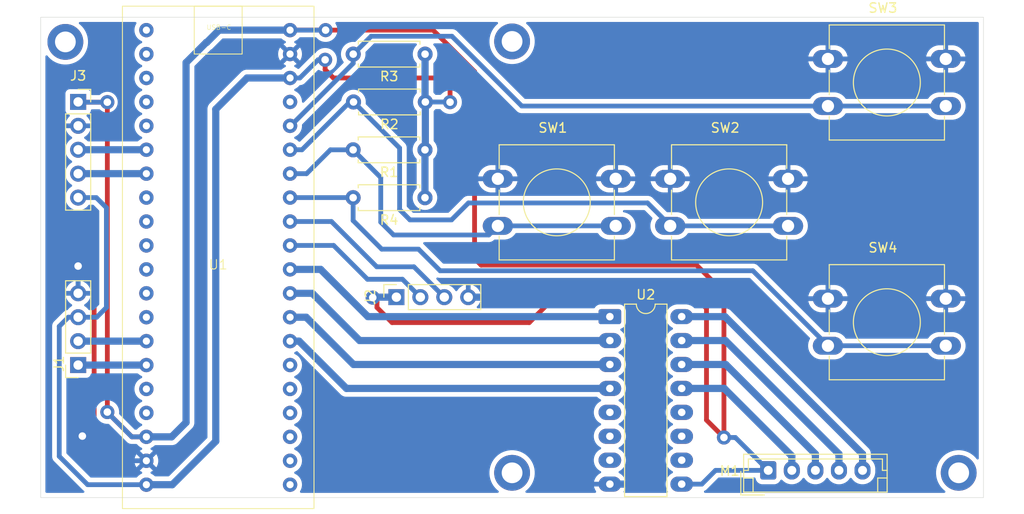
<source format=kicad_pcb>
(kicad_pcb (version 20241229) (generator "pcbnew") (generator_version "9.0")
  (layers (0 "F.Cu" signal) (2 "B.Cu" signal) (13 "F.Paste" user) (15 "B.Paste" user) (5 "F.SilkS" user "F.Silkscreen") (7 "B.SilkS" user "B.Silkscreen") (1 "F.Mask" user) (3 "B.Mask" user) (25 "Edge.Cuts" user))
  (net 0 "")
  (net 1 "GND")
  (net 2 "I2C_SCL")
  (net 3 "I2C_SDA")
  (net 4 "+3V3")
  (net 5 "+5V")
  (net 6 "TRIGGER")
  (net 7 "ECHO")
  (net 8 "USART1_TX")
  (net 9 "USART1_RX")
  (net 11 "Net-(M1--)")
  (net 12 "Net-(U2-O1)")
  (net 13 "Net-(U2-O4)")
  (net 15 "MOTOR_B")
  (net 16 "/BOARD_BTN")
  (net 17 "BTN_RETURN")
  (net 18 "/BOARD_RST")
  (net 21 "/BOARD_LED")
  (net 22 "BTN_UP")
  (net 24 "MOTOR_D")
  (net 25 "BTN_DOWN")
  (net 26 "MOTOR_C")
  (net 28 "MOTOR_A")
  (net 31 "BTN_ENTER")
  (net 40 "Net-(U2-O2)")
  (footprint "MountingHole:MountingHole_2.2mm_M2_DIN965_Pad" (layer "F.Cu") (at 81.73 170.15)
    (property "Reference" "H2" (hide yes))
    (property "Value" "MountingHole_Pad")
    (pad "1" thru_hole circle (at 0 0) (size 3.8 3.8) (drill 2.2) (layers "*.Cu" "*.Mask"))
  )
  (footprint "Resistor_THT:R_Axial_DIN0207_L6.3mm_D2.5mm_P7.62mm_Horizontal" (layer "F.Cu") (at 72.49 140.94 180)
    (property "Reference" "R4" (at 3.81 -2.37 0) (layer "F.SilkS"))
    (property "Value" "10K")
    (fp_line (start 7.08 1.37) (end 7.08 1.04) (stroke (width 0.12)) (layer "F.SilkS"))
    (fp_line (start 7.08 -1.37) (end 7.08 -1.04) (stroke (width 0.12)) (layer "F.SilkS"))
    (fp_line (start 0.54 1.37) (end 7.08 1.37) (stroke (width 0.12)) (layer "F.SilkS"))
    (fp_line (start 0.54 1.04) (end 0.54 1.37) (stroke (width 0.12)) (layer "F.SilkS"))
    (fp_line (start 0.54 -1.04) (end 0.54 -1.37) (stroke (width 0.12)) (layer "F.SilkS"))
    (fp_line (start 0.54 -1.37) (end 7.08 -1.37) (stroke (width 0.12)) (layer "F.SilkS"))
    (pad "1" thru_hole circle (at 0 0 180) (size 1.6 1.6) (drill 0.8) (layers "*.Cu" "*.Mask") (net 4 "+3V3"))
    (pad "2" thru_hole oval (at 7.62 0 180) (size 1.6 1.6) (drill 0.8) (layers "*.Cu" "*.Mask") (net 17 "BTN_RETURN"))
  )
  (footprint "Resistor_THT:R_Axial_DIN0207_L6.3mm_D2.5mm_P7.62mm_Horizontal" (layer "F.Cu") (at 72.53 130.78 180)
    (property "Reference" "R2" (at 3.81 -2.37 0) (layer "F.SilkS"))
    (property "Value" "10K")
    (fp_line (start 7.08 1.37) (end 7.08 1.04) (stroke (width 0.12)) (layer "F.SilkS"))
    (fp_line (start 7.08 -1.37) (end 7.08 -1.04) (stroke (width 0.12)) (layer "F.SilkS"))
    (fp_line (start 0.54 1.37) (end 7.08 1.37) (stroke (width 0.12)) (layer "F.SilkS"))
    (fp_line (start 0.54 1.04) (end 0.54 1.37) (stroke (width 0.12)) (layer "F.SilkS"))
    (fp_line (start 0.54 -1.04) (end 0.54 -1.37) (stroke (width 0.12)) (layer "F.SilkS"))
    (fp_line (start 0.54 -1.37) (end 7.08 -1.37) (stroke (width 0.12)) (layer "F.SilkS"))
    (pad "1" thru_hole circle (at 0 0 180) (size 1.6 1.6) (drill 0.8) (layers "*.Cu" "*.Mask") (net 4 "+3V3"))
    (pad "2" thru_hole oval (at 7.62 0 180) (size 1.6 1.6) (drill 0.8) (layers "*.Cu" "*.Mask") (net 25 "BTN_DOWN"))
  )
  (footprint "Connector_PinSocket_2.54mm:PinSocket_1x05_P2.54mm_Vertical" (layer "F.Cu") (at 35.705 130.77)
    (property "Reference" "J3" (at 0 -2.77 0) (layer "F.SilkS"))
    (property "Value" "USB")
    (fp_line (start -1.33 1.27) (end -1.33 11.49) (stroke (width 0.12)) (layer "F.SilkS"))
    (fp_line (start -1.33 1.27) (end 1.33 1.27) (stroke (width 0.12)) (layer "F.SilkS"))
    (fp_line (start -1.33 11.49) (end 1.33 11.49) (stroke (width 0.12)) (layer "F.SilkS"))
    (fp_line (start 0 -1.33) (end 1.33 -1.33) (stroke (width 0.12)) (layer "F.SilkS"))
    (fp_line (start 1.33 -1.33) (end 1.33 0) (stroke (width 0.12)) (layer "F.SilkS"))
    (fp_line (start 1.33 1.27) (end 1.33 11.49) (stroke (width 0.12)) (layer "F.SilkS"))
    (pad "1" thru_hole rect (at 0 0) (size 1.7 1.7) (drill 1) (layers "*.Cu" "*.Mask") (net 5 "+5V"))
    (pad "2" thru_hole oval (at 0 2.54) (size 1.7 1.7) (drill 1) (layers "*.Cu" "*.Mask") (net 1 "GND"))
    (pad "3" thru_hole oval (at 0 5.08) (size 1.7 1.7) (drill 1) (layers "*.Cu" "*.Mask") (net 8 "USART1_TX"))
    (pad "4" thru_hole oval (at 0 7.62) (size 1.7 1.7) (drill 1) (layers "*.Cu" "*.Mask") (net 9 "USART1_RX"))
    (pad "5" thru_hole oval (at 0 10.16) (size 1.7 1.7) (drill 1) (layers "*.Cu" "*.Mask") (net 4 "+3V3"))
  )
  (footprint "Connector_PinSocket_2.54mm:PinSocket_1x04_P2.54mm_Vertical" (layer "F.Cu") (at 69.46 151.5 90)
    (property "Reference" "J2" (at 0 -2.77 90) (layer "F.SilkS"))
    (property "Value" "HC-SR04")
    (fp_line (start 1.33 -1.33) (end 1.33 0) (stroke (width 0.12)) (layer "F.SilkS"))
    (fp_line (start 0 -1.33) (end 1.33 -1.33) (stroke (width 0.12)) (layer "F.SilkS"))
    (fp_line (start 1.33 1.27) (end 1.33 8.95) (stroke (width 0.12)) (layer "F.SilkS"))
    (fp_line (start -1.33 1.27) (end 1.33 1.27) (stroke (width 0.12)) (layer "F.SilkS"))
    (fp_line (start -1.33 1.27) (end -1.33 8.95) (stroke (width 0.12)) (layer "F.SilkS"))
    (fp_line (start -1.33 8.95) (end 1.33 8.95) (stroke (width 0.12)) (layer "F.SilkS"))
    (pad "1" thru_hole rect (at 0 0 90) (size 1.7 1.7) (drill 1) (layers "*.Cu" "*.Mask") (net 5 "+5V"))
    (pad "2" thru_hole oval (at 0 2.54 90) (size 1.7 1.7) (drill 1) (layers "*.Cu" "*.Mask") (net 6 "TRIGGER"))
    (pad "3" thru_hole oval (at 0 5.08 90) (size 1.7 1.7) (drill 1) (layers "*.Cu" "*.Mask") (net 7 "ECHO"))
    (pad "4" thru_hole oval (at 0 7.62 90) (size 1.7 1.7) (drill 1) (layers "*.Cu" "*.Mask") (net 1 "GND"))
  )
  (footprint "Resistor_THT:R_Axial_DIN0207_L6.3mm_D2.5mm_P7.62mm_Horizontal" (layer "F.Cu") (at 72.49 135.86 180)
    (property "Reference" "R1" (at 3.81 -2.37 0) (layer "F.SilkS"))
    (property "Value" "10K")
    (fp_line (start 7.08 1.37) (end 7.08 1.04) (stroke (width 0.12)) (layer "F.SilkS"))
    (fp_line (start 7.08 -1.37) (end 7.08 -1.04) (stroke (width 0.12)) (layer "F.SilkS"))
    (fp_line (start 0.54 1.37) (end 7.08 1.37) (stroke (width 0.12)) (layer "F.SilkS"))
    (fp_line (start 0.54 1.04) (end 0.54 1.37) (stroke (width 0.12)) (layer "F.SilkS"))
    (fp_line (start 0.54 -1.04) (end 0.54 -1.37) (stroke (width 0.12)) (layer "F.SilkS"))
    (fp_line (start 0.54 -1.37) (end 7.08 -1.37) (stroke (width 0.12)) (layer "F.SilkS"))
    (pad "1" thru_hole circle (at 0 0 180) (size 1.6 1.6) (drill 0.8) (layers "*.Cu" "*.Mask") (net 4 "+3V3"))
    (pad "2" thru_hole oval (at 7.62 0 180) (size 1.6 1.6) (drill 0.8) (layers "*.Cu" "*.Mask") (net 22 "BTN_UP"))
  )
  (footprint "Button_Switch_THT:SW_PUSH-12mm" (layer "F.Cu") (at 98.5 138.935)
    (property "Reference" "SW2" (at 5.83 -5.41 0) (layer "F.SilkS"))
    (property "Value" "SW_Push")
    (fp_line (start 0.14 -3.61) (end 0.14 -1.1) (stroke (width 0.12)) (layer "F.SilkS"))
    (fp_line (start 0.14 -3.61) (end 12.36 -3.61) (stroke (width 0.12)) (layer "F.SilkS"))
    (fp_line (start 0.14 1.2) (end 0.14 3.8) (stroke (width 0.12)) (layer "F.SilkS"))
    (fp_line (start 0.14 6.1) (end 0.14 8.61) (stroke (width 0.12)) (layer "F.SilkS"))
    (fp_line (start 12.36 -3.61) (end 12.36 -1.1) (stroke (width 0.12)) (layer "F.SilkS"))
    (fp_line (start 12.36 1.2) (end 12.36 3.8) (stroke (width 0.12)) (layer "F.SilkS"))
    (fp_line (start 12.36 6.1) (end 12.36 8.61) (stroke (width 0.12)) (layer "F.SilkS"))
    (fp_line (start 12.36 8.61) (end 0.14 8.61) (stroke (width 0.12)) (layer "F.SilkS"))
    (fp_circle (center 6.25 2.5) (end 9.8 2.5) (stroke (width 0.12)) (fill no) (layer "F.SilkS"))
    (pad "1" thru_hole oval (at 0 0) (size 3.2 1.9) (drill 1.3) (layers "*.Cu" "*.Mask") (net 1 "GND"))
    (pad "1" thru_hole oval (at 12.5 0) (size 3.2 1.9) (drill 1.3) (layers "*.Cu" "*.Mask") (net 1 "GND"))
    (pad "2" thru_hole oval (at 0 5) (size 3.2 1.9) (drill 1.3) (layers "*.Cu" "*.Mask") (net 25 "BTN_DOWN"))
    (pad "2" thru_hole oval (at 12.5 5) (size 3.2 1.9) (drill 1.3) (layers "*.Cu" "*.Mask") (net 25 "BTN_DOWN"))
  )
  (footprint "Package_DIP:DIP-16_W7.62mm_LongPads" (layer "F.Cu") (at 92.1 153.57)
    (property "Reference" "U2" (at 3.81 -2.33 0) (layer "F.SilkS"))
    (property "Value" "ULN2003")
    (fp_line (start 1.56 -1.33) (end 1.56 19.11) (stroke (width 0.12)) (layer "F.SilkS"))
    (fp_line (start 1.56 19.11) (end 6.06 19.11) (stroke (width 0.12)) (layer "F.SilkS"))
    (fp_line (start 2.81 -1.33) (end 1.56 -1.33) (stroke (width 0.12)) (layer "F.SilkS"))
    (fp_line (start 6.06 -1.33) (end 4.81 -1.33) (stroke (width 0.12)) (layer "F.SilkS"))
    (fp_line (start 6.06 19.11) (end 6.06 -1.33) (stroke (width 0.12)) (layer "F.SilkS"))
    (fp_arc (start 4.81 -1.33) (mid 3.81 -0.33) (end 2.81 -1.33) (stroke (width 0.12)) (layer "F.SilkS"))
    (pad "1" thru_hole roundrect (at 0 0) (size 2.4 1.6) (drill 0.8) (layers "*.Cu" "*.Mask") (roundrect_rratio 0.15625) (net 28 "MOTOR_A"))
    (pad "2" thru_hole oval (at 0 2.54) (size 2.4 1.6) (drill 0.8) (layers "*.Cu" "*.Mask") (net 26 "MOTOR_C"))
    (pad "3" thru_hole oval (at 0 5.08) (size 2.4 1.6) (drill 0.8) (layers "*.Cu" "*.Mask") (net 15 "MOTOR_B"))
    (pad "4" thru_hole oval (at 0 7.62) (size 2.4 1.6) (drill 0.8) (layers "*.Cu" "*.Mask") (net 24 "MOTOR_D"))
    (pad "5" thru_hole oval (at 0 10.16) (size 2.4 1.6) (drill 0.8) (layers "*.Cu" "*.Mask"))
    (pad "6" thru_hole oval (at 0 12.7) (size 2.4 1.6) (drill 0.8) (layers "*.Cu" "*.Mask"))
    (pad "7" thru_hole oval (at 0 15.24) (size 2.4 1.6) (drill 0.8) (layers "*.Cu" "*.Mask"))
    (pad "8" thru_hole oval (at 0 17.78) (size 2.4 1.6) (drill 0.8) (layers "*.Cu" "*.Mask") (net 1 "GND"))
    (pad "9" thru_hole oval (at 7.62 17.78) (size 2.4 1.6) (drill 0.8) (layers "*.Cu" "*.Mask") (net 5 "+5V"))
    (pad "10" thru_hole oval (at 7.62 15.24) (size 2.4 1.6) (drill 0.8) (layers "*.Cu" "*.Mask"))
    (pad "11" thru_hole oval (at 7.62 12.7) (size 2.4 1.6) (drill 0.8) (layers "*.Cu" "*.Mask"))
    (pad "12" thru_hole oval (at 7.62 10.16) (size 2.4 1.6) (drill 0.8) (layers "*.Cu" "*.Mask"))
    (pad "13" thru_hole oval (at 7.62 7.62) (size 2.4 1.6) (drill 0.8) (layers "*.Cu" "*.Mask") (net 13 "Net-(U2-O4)"))
    (pad "14" thru_hole oval (at 7.62 5.08) (size 2.4 1.6) (drill 0.8) (layers "*.Cu" "*.Mask") (net 11 "Net-(M1--)"))
    (pad "15" thru_hole oval (at 7.62 2.54) (size 2.4 1.6) (drill 0.8) (layers "*.Cu" "*.Mask") (net 40 "Net-(U2-O2)"))
    (pad "16" thru_hole oval (at 7.62 0) (size 2.4 1.6) (drill 0.8) (layers "*.Cu" "*.Mask") (net 12 "Net-(U2-O1)"))
  )
  (footprint "Button_Switch_THT:SW_PUSH-12mm" (layer "F.Cu") (at 115.23 151.66)
    (property "Reference" "SW4" (at 5.83 -5.41 0) (layer "F.SilkS"))
    (property "Value" "SW_Push")
    (fp_line (start 0.14 -3.61) (end 0.14 -1.1) (stroke (width 0.12)) (layer "F.SilkS"))
    (fp_line (start 0.14 -3.61) (end 12.36 -3.61) (stroke (width 0.12)) (layer "F.SilkS"))
    (fp_line (start 0.14 1.2) (end 0.14 3.8) (stroke (width 0.12)) (layer "F.SilkS"))
    (fp_line (start 0.14 6.1) (end 0.14 8.61) (stroke (width 0.12)) (layer "F.SilkS"))
    (fp_line (start 12.36 -3.61) (end 12.36 -1.1) (stroke (width 0.12)) (layer "F.SilkS"))
    (fp_line (start 12.36 1.2) (end 12.36 3.8) (stroke (width 0.12)) (layer "F.SilkS"))
    (fp_line (start 12.36 6.1) (end 12.36 8.61) (stroke (width 0.12)) (layer "F.SilkS"))
    (fp_line (start 12.36 8.61) (end 0.14 8.61) (stroke (width 0.12)) (layer "F.SilkS"))
    (fp_circle (center 6.25 2.5) (end 9.8 2.5) (stroke (width 0.12)) (fill no) (layer "F.SilkS"))
    (pad "1" thru_hole oval (at 0 0) (size 3.2 1.9) (drill 1.3) (layers "*.Cu" "*.Mask") (net 1 "GND"))
    (pad "1" thru_hole oval (at 12.5 0) (size 3.2 1.9) (drill 1.3) (layers "*.Cu" "*.Mask") (net 1 "GND"))
    (pad "2" thru_hole oval (at 0 5) (size 3.2 1.9) (drill 1.3) (layers "*.Cu" "*.Mask") (net 17 "BTN_RETURN"))
    (pad "2" thru_hole oval (at 12.5 5) (size 3.2 1.9) (drill 1.3) (layers "*.Cu" "*.Mask") (net 17 "BTN_RETURN"))
  )
  (footprint "Connector_PinSocket_2.54mm:PinSocket_1x04_P2.54mm_Vertical" (layer "F.Cu") (at 35.705 158.71 180)
    (property "Reference" "J1" (at 2.025 0.13 90) (layer "F.SilkS"))
    (property "Value" "OLED_I2C")
    (fp_line (start 1.33 1.27) (end 1.33 8.95) (stroke (width 0.12)) (layer "F.SilkS"))
    (fp_line (start 1.33 -1.33) (end 1.33 0) (stroke (width 0.12)) (layer "F.SilkS"))
    (fp_line (start 0 -1.33) (end 1.33 -1.33) (stroke (width 0.12)) (layer "F.SilkS"))
    (fp_line (start -1.33 8.95) (end 1.33 8.95) (stroke (width 0.12)) (layer "F.SilkS"))
    (fp_line (start -1.33 1.27) (end 1.33 1.27) (stroke (width 0.12)) (layer "F.SilkS"))
    (fp_line (start -1.33 1.27) (end -1.33 8.95) (stroke (width 0.12)) (layer "F.SilkS"))
    (pad "1" thru_hole rect (at 0 0 180) (size 1.7 1.7) (drill 1) (layers "*.Cu" "*.Mask") (net 3 "I2C_SDA"))
    (pad "2" thru_hole oval (at 0 2.54 180) (size 1.7 1.7) (drill 1) (layers "*.Cu" "*.Mask") (net 2 "I2C_SCL"))
    (pad "3" thru_hole oval (at 0 5.08 180) (size 1.7 1.7) (drill 1) (layers "*.Cu" "*.Mask") (net 4 "+3V3"))
    (pad "4" thru_hole oval (at 0 7.62 180) (size 1.7 1.7) (drill 1) (layers "*.Cu" "*.Mask") (net 1 "GND"))
  )
  (footprint "Button_Switch_THT:SW_PUSH-12mm" (layer "F.Cu") (at 115.23 126.21)
    (property "Reference" "SW3" (at 5.83 -5.41 0) (layer "F.SilkS"))
    (property "Value" "SW_Push")
    (fp_line (start 0.14 -3.61) (end 0.14 -1.1) (stroke (width 0.12)) (layer "F.SilkS"))
    (fp_line (start 0.14 -3.61) (end 12.36 -3.61) (stroke (width 0.12)) (layer "F.SilkS"))
    (fp_line (start 0.14 1.2) (end 0.14 3.8) (stroke (width 0.12)) (layer "F.SilkS"))
    (fp_line (start 0.14 6.1) (end 0.14 8.61) (stroke (width 0.12)) (layer "F.SilkS"))
    (fp_line (start 12.36 -3.61) (end 12.36 -1.1) (stroke (width 0.12)) (layer "F.SilkS"))
    (fp_line (start 12.36 1.2) (end 12.36 3.8) (stroke (width 0.12)) (layer "F.SilkS"))
    (fp_line (start 12.36 6.1) (end 12.36 8.61) (stroke (width 0.12)) (layer "F.SilkS"))
    (fp_line (start 12.36 8.61) (end 0.14 8.61) (stroke (width 0.12)) (layer "F.SilkS"))
    (fp_circle (center 6.25 2.5) (end 9.8 2.5) (stroke (width 0.12)) (fill no) (layer "F.SilkS"))
    (pad "1" thru_hole oval (at 0 0) (size 3.2 1.9) (drill 1.3) (layers "*.Cu" "*.Mask") (net 1 "GND"))
    (pad "1" thru_hole oval (at 12.5 0) (size 3.2 1.9) (drill 1.3) (layers "*.Cu" "*.Mask") (net 1 "GND"))
    (pad "2" thru_hole oval (at 0 5) (size 3.2 1.9) (drill 1.3) (layers "*.Cu" "*.Mask") (net 31 "BTN_ENTER"))
    (pad "2" thru_hole oval (at 12.5 5) (size 3.2 1.9) (drill 1.3) (layers "*.Cu" "*.Mask") (net 31 "BTN_ENTER"))
  )
  (footprint "MountingHole:MountingHole_2.2mm_M2_DIN965_Pad" (layer "F.Cu") (at 34.35 124.4)
    (property "Reference" "H3" (hide yes))
    (property "Value" "MountingHole_Pad")
    (pad "1" thru_hole circle (at 0 0) (size 3.8 3.8) (drill 2.2) (layers "*.Cu" "*.Mask"))
  )
  (footprint "Resistor_THT:R_Axial_DIN0207_L6.3mm_D2.5mm_P7.62mm_Horizontal" (layer "F.Cu") (at 72.5 125.7 180)
    (property "Reference" "R3" (at 3.81 -2.37 0) (layer "F.SilkS"))
    (property "Value" "10K")
    (fp_line (start 7.08 1.37) (end 7.08 1.04) (stroke (width 0.12)) (layer "F.SilkS"))
    (fp_line (start 7.08 -1.37) (end 7.08 -1.04) (stroke (width 0.12)) (layer "F.SilkS"))
    (fp_line (start 0.54 1.37) (end 7.08 1.37) (stroke (width 0.12)) (layer "F.SilkS"))
    (fp_line (start 0.54 1.04) (end 0.54 1.37) (stroke (width 0.12)) (layer "F.SilkS"))
    (fp_line (start 0.54 -1.04) (end 0.54 -1.37) (stroke (width 0.12)) (layer "F.SilkS"))
    (fp_line (start 0.54 -1.37) (end 7.08 -1.37) (stroke (width 0.12)) (layer "F.SilkS"))
    (pad "1" thru_hole circle (at 0 0 180) (size 1.6 1.6) (drill 0.8) (layers "*.Cu" "*.Mask") (net 4 "+3V3"))
    (pad "2" thru_hole oval (at 7.62 0 180) (size 1.6 1.6) (drill 0.8) (layers "*.Cu" "*.Mask") (net 31 "BTN_ENTER"))
  )
  (footprint "MountingHole:MountingHole_2.2mm_M2_DIN965_Pad" (layer "F.Cu") (at 129.1 170.15)
    (property "Reference" "H4" (hide yes))
    (property "Value" "MountingHole_Pad")
    (pad "1" thru_hole circle (at 0 0) (size 3.8 3.8) (drill 2.2) (layers "*.Cu" "*.Mask"))
  )
  (footprint "MountingHole:MountingHole_2.2mm_M2_DIN965_Pad" (layer "F.Cu") (at 81.73 124.35)
    (property "Reference" "H1" (hide yes))
    (property "Value" "MountingHole_Pad")
    (pad "1" thru_hole circle (at 0 0) (size 3.8 3.8) (drill 2.2) (layers "*.Cu" "*.Mask"))
  )
  (footprint "STM32:STM32BlackPill" (layer "F.Cu") (at 50.56 148.55)
    (property "Reference" "U1" (at 0 -0.5 0) (layer "F.SilkS") (effects (font (thickness 0.1))))
    (property "Value" "STM32-BlackPill")
    (fp_rect (start -10.16 -27.94) (end 10.16 25.4) (stroke (width 0.1)) (fill no) (layer "F.SilkS"))
    (fp_rect (start -2.54 -27.94) (end 2.54 -22.86) (stroke (width 0.1)) (fill no) (layer "F.SilkS"))
    (fp_text user "USB-C" (at -1.27 -25.4 0) (layer "F.SilkS") (effects (font (size 0.5 0.5) (thickness 0.05)) (justify left bottom)))
    (pad "1" thru_hole circle (at -7.62 -25.4) (size 1.524 1.524) (drill 0.762) (layers "*.Cu" "*.Mask"))
    (pad "2" thru_hole circle (at -7.62 -22.86) (size 1.524 1.524) (drill 0.762) (layers "*.Cu" "*.Mask"))
    (pad "3" thru_hole circle (at -7.62 -20.32) (size 1.524 1.524) (drill 0.762) (layers "*.Cu" "*.Mask"))
    (pad "4" thru_hole circle (at -7.62 -17.78) (size 1.524 1.524) (drill 0.762) (layers "*.Cu" "*.Mask"))
    (pad "5" thru_hole circle (at -7.62 -15.24) (size 1.524 1.524) (drill 0.762) (layers "*.Cu" "*.Mask"))
    (pad "6" thru_hole circle (at -7.62 -12.7) (size 1.524 1.524) (drill 0.762) (layers "*.Cu" "*.Mask") (net 8 "USART1_TX"))
    (pad "7" thru_hole circle (at -7.62 -10.16) (size 1.524 1.524) (drill 0.762) (layers "*.Cu" "*.Mask") (net 9 "USART1_RX"))
    (pad "8" thru_hole circle (at -7.62 -7.62) (size 1.524 1.524) (drill 0.762) (layers "*.Cu" "*.Mask"))
    (pad "9" thru_hole circle (at -7.62 -5.08) (size 1.524 1.524) (drill 0.762) (layers "*.Cu" "*.Mask"))
    (pad "10" thru_hole circle (at -7.62 -2.54) (size 1.524 1.524) (drill 0.762) (layers "*.Cu" "*.Mask"))
    (pad "11" thru_hole circle (at -7.62 0) (size 1.524 1.524) (drill 0.762) (layers "*.Cu" "*.Mask"))
    (pad "12" thru_hole circle (at -7.62 2.54) (size 1.524 1.524) (drill 0.762) (layers "*.Cu" "*.Mask"))
    (pad "13" thru_hole circle (at -7.62 5.08) (size 1.524 1.524) (drill 0.762) (layers "*.Cu" "*.Mask"))
    (pad "14" thru_hole circle (at -7.62 7.62) (size 1.524 1.524) (drill 0.762) (layers "*.Cu" "*.Mask") (net 2 "I2C_SCL"))
    (pad "15" thru_hole circle (at -7.62 10.16) (size 1.524 1.524) (drill 0.762) (layers "*.Cu" "*.Mask") (net 3 "I2C_SDA"))
    (pad "16" thru_hole circle (at -7.62 12.7) (size 1.524 1.524) (drill 0.762) (layers "*.Cu" "*.Mask"))
    (pad "17" thru_hole circle (at -7.62 15.24) (size 1.524 1.524) (drill 0.762) (layers "*.Cu" "*.Mask"))
    (pad "18" thru_hole circle (at -7.62 17.78) (size 1.524 1.524) (drill 0.762) (layers "*.Cu" "*.Mask") (net 5 "+5V"))
    (pad "19" thru_hole circle (at -7.62 20.32) (size 1.524 1.524) (drill 0.762) (layers "*.Cu" "*.Mask") (net 1 "GND"))
    (pad "20" thru_hole circle (at -7.62 22.86) (size 1.524 1.524) (drill 0.762) (layers "*.Cu" "*.Mask") (net 4 "+3V3"))
    (pad "21" thru_hole circle (at 7.62 22.86) (size 1.524 1.524) (drill 0.762) (layers "*.Cu" "*.Mask"))
    (pad "22" thru_hole circle (at 7.62 20.32) (size 1.524 1.524) (drill 0.762) (layers "*.Cu" "*.Mask") (net 21 "/BOARD_LED"))
    (pad "23" thru_hole circle (at 7.62 17.78) (size 1.524 1.524) (drill 0.762) (layers "*.Cu" "*.Mask"))
    (pad "24" thru_hole circle (at 7.62 15.24) (size 1.524 1.524) (drill 0.762) (layers "*.Cu" "*.Mask"))
    (pad "25" thru_hole circle (at 7.62 12.7) (size 1.524 1.524) (drill 0.762) (layers "*.Cu" "*.Mask") (net 18 "/BOARD_RST"))
    (pad "26" thru_hole circle (at 7.62 10.16) (size 1.524 1.524) (drill 0.762) (layers "*.Cu" "*.Mask") (net 16 "/BOARD_BTN"))
    (pad "27" thru_hole circle (at 7.62 7.62) (size 1.524 1.524) (drill 0.762) (layers "*.Cu" "*.Mask") (net 24 "MOTOR_D"))
    (pad "28" thru_hole circle (at 7.62 5.08) (size 1.524 1.524) (drill 0.762) (layers "*.Cu" "*.Mask") (net 15 "MOTOR_B"))
    (pad "29" thru_hole circle (at 7.62 2.54) (size 1.524 1.524) (drill 0.762) (layers "*.Cu" "*.Mask") (net 26 "MOTOR_C"))
    (pad "30" thru_hole circle (at 7.62 0) (size 1.524 1.524) (drill 0.762) (layers "*.Cu" "*.Mask") (net 28 "MOTOR_A"))
    (pad "31" thru_hole circle (at 7.62 -2.54) (size 1.524 1.524) (drill 0.762) (layers "*.Cu" "*.Mask") (net 6 "TRIGGER"))
    (pad "32" thru_hole circle (at 7.62 -5.08) (size 1.524 1.524) (drill 0.762) (layers "*.Cu" "*.Mask") (net 7 "ECHO"))
    (pad "33" thru_hole circle (at 7.62 -7.62) (size 1.524 1.524) (drill 0.762) (layers "*.Cu" "*.Mask") (net 17 "BTN_RETURN"))
    (pad "34" thru_hole circle (at 7.62 -10.16) (size 1.524 1.524) (drill 0.762) (layers "*.Cu" "*.Mask") (net 22 "BTN_UP"))
    (pad "35" thru_hole circle (at 7.62 -12.7) (size 1.524 1.524) (drill 0.762) (layers "*.Cu" "*.Mask") (net 25 "BTN_DOWN"))
    (pad "36" thru_hole circle (at 7.62 -15.24) (size 1.524 1.524) (drill 0.762) (layers "*.Cu" "*.Mask") (net 31 "BTN_ENTER"))
    (pad "37" thru_hole circle (at 7.62 -17.78) (size 1.524 1.524) (drill 0.762) (layers "*.Cu" "*.Mask"))
    (pad "38" thru_hole circle (at 7.62 -20.32) (size 1.524 1.524) (drill 0.762) (layers "*.Cu" "*.Mask") (net 4 "+3V3"))
    (pad "39" thru_hole circle (at 7.62 -22.86) (size 1.524 1.524) (drill 0.762) (layers "*.Cu" "*.Mask") (net 1 "GND"))
    (pad "40" thru_hole circle (at 7.62 -25.4) (size 1.524 1.524) (drill 0.762) (layers "*.Cu" "*.Mask") (net 5 "+5V"))
  )
  (footprint "Button_Switch_THT:SW_PUSH-12mm" (layer "F.Cu") (at 80.22 138.935)
    (property "Reference" "SW1" (at 5.83 -5.41 0) (layer "F.SilkS"))
    (property "Value" "SW_Push")
    (fp_line (start 0.14 -3.61) (end 0.14 -1.1) (stroke (width 0.12)) (layer "F.SilkS"))
    (fp_line (start 0.14 -3.61) (end 12.36 -3.61) (stroke (width 0.12)) (layer "F.SilkS"))
    (fp_line (start 0.14 1.2) (end 0.14 3.8) (stroke (width 0.12)) (layer "F.SilkS"))
    (fp_line (start 0.14 6.1) (end 0.14 8.61) (stroke (width 0.12)) (layer "F.SilkS"))
    (fp_line (start 12.36 -3.61) (end 12.36 -1.1) (stroke (width 0.12)) (layer "F.SilkS"))
    (fp_line (start 12.36 1.2) (end 12.36 3.8) (stroke (width 0.12)) (layer "F.SilkS"))
    (fp_line (start 12.36 6.1) (end 12.36 8.61) (stroke (width 0.12)) (layer "F.SilkS"))
    (fp_line (start 12.36 8.61) (end 0.14 8.61) (stroke (width 0.12)) (layer "F.SilkS"))
    (fp_circle (center 6.25 2.5) (end 9.8 2.5) (stroke (width 0.12)) (fill no) (layer "F.SilkS"))
    (pad "1" thru_hole oval (at 0 0) (size 3.2 1.9) (drill 1.3) (layers "*.Cu" "*.Mask") (net 1 "GND"))
    (pad "1" thru_hole oval (at 12.5 0) (size 3.2 1.9) (drill 1.3) (layers "*.Cu" "*.Mask") (net 1 "GND"))
    (pad "2" thru_hole oval (at 0 5) (size 3.2 1.9) (drill 1.3) (layers "*.Cu" "*.Mask") (net 22 "BTN_UP"))
    (pad "2" thru_hole oval (at 12.5 5) (size 3.2 1.9) (drill 1.3) (layers "*.Cu" "*.Mask") (net 22 "BTN_UP"))
  )
  (footprint "Connector_JST:JST_EH_B5B-EH-A_1x05_P2.50mm_Vertical" (layer "F.Cu") (at 108.9 169.89)
    (property "Reference" "M1" (at -4.09 0.0675 0) (layer "F.SilkS"))
    (property "Value" "Stepper_Motor_unipolar_5pin")
    (fp_line (start -2.91 0.11) (end -2.91 2.61) (stroke (width 0.12)) (layer "F.SilkS"))
    (fp_line (start -2.91 2.61) (end -0.41 2.61) (stroke (width 0.12)) (layer "F.SilkS"))
    (fp_line (start -2.61 -1.71) (end -2.61 2.31) (stroke (width 0.12)) (layer "F.SilkS"))
    (fp_line (start -2.61 0) (end -2.11 0) (stroke (width 0.12)) (layer "F.SilkS"))
    (fp_line (start -2.61 0.81) (end -1.61 0.81) (stroke (width 0.12)) (layer "F.SilkS"))
    (fp_line (start -2.61 2.31) (end 12.61 2.31) (stroke (width 0.12)) (layer "F.SilkS"))
    (fp_line (start -2.11 -1.21) (end 12.11 -1.21) (stroke (width 0.12)) (layer "F.SilkS"))
    (fp_line (start -2.11 0) (end -2.11 -1.21) (stroke (width 0.12)) (layer "F.SilkS"))
    (fp_line (start -1.61 0.81) (end -1.61 2.31) (stroke (width 0.12)) (layer "F.SilkS"))
    (fp_line (start 11.61 0.81) (end 11.61 2.31) (stroke (width 0.12)) (layer "F.SilkS"))
    (fp_line (start 12.11 -1.21) (end 12.11 0) (stroke (width 0.12)) (layer "F.SilkS"))
    (fp_line (start 12.11 0) (end 12.61 0) (stroke (width 0.12)) (layer "F.SilkS"))
    (fp_line (start 12.61 -1.71) (end -2.61 -1.71) (stroke (width 0.12)) (layer "F.SilkS"))
    (fp_line (start 12.61 0.81) (end 11.61 0.81) (stroke (width 0.12)) (layer "F.SilkS"))
    (fp_line (start 12.61 2.31) (end 12.61 -1.71) (stroke (width 0.12)) (layer "F.SilkS"))
    (pad "1" thru_hole roundrect (at 0 0) (size 1.7 1.95) (drill 0.95) (layers "*.Cu" "*.Mask") (roundrect_rratio 0.147059) (net 5 "+5V"))
    (pad "2" thru_hole oval (at 2.5 0) (size 1.7 1.95) (drill 0.95) (layers "*.Cu" "*.Mask") (net 13 "Net-(U2-O4)"))
    (pad "3" thru_hole oval (at 5 0) (size 1.7 1.95) (drill 0.95) (layers "*.Cu" "*.Mask") (net 11 "Net-(M1--)"))
    (pad "4" thru_hole oval (at 7.5 0) (size 1.7 1.95) (drill 0.95) (layers "*.Cu" "*.Mask") (net 40 "Net-(U2-O2)"))
    (pad "5" thru_hole oval (at 10 0) (size 1.7 1.95) (drill 0.95) (layers "*.Cu" "*.Mask") (net 12 "Net-(U2-O1)"))
  )
  (gr_rect (start 31.73 121.78) (end 131.73 172.78) (stroke (width 0.05)) (fill no) (layer "Edge.Cuts"))
  (segment (start 37.4 148.6) (end 37 148.2) (width 0.508) (layer "F.Cu") (net 1))
  (segment (start 37.4 165) (end 37.4 148.6) (width 0.508) (layer "F.Cu") (net 1))
  (segment (start 36.15 166.25) (end 37.4 165) (width 0.508) (layer "F.Cu") (net 1))
  (segment (start 37 148.2) (end 35.7 148.2) (width 0.508) (layer "F.Cu") (net 1))
  (via (at 36.15 166.25) (size 1.5) (drill 0.8) (layers "F.Cu" "B.Cu") (net 1))
  (via (at 35.7 148.2) (size 1.5) (drill 0.8) (layers "F.Cu" "B.Cu") (net 1))
  (segment (start 35.705 148.205) (end 35.7 148.2) (width 0.508) (layer "B.Cu") (net 1))
  (segment (start 38.77 168.87) (end 42.94 168.87) (width 0.508) (layer "B.Cu") (net 1))
  (segment (start 94.25 171.35) (end 95.45 170.15) (width 0.762) (layer "B.Cu") (net 1))
  (segment (start 92.1 171.35) (end 94.25 171.35) (width 0.762) (layer "B.Cu") (net 1))
  (segment (start 95.45 170.15) (end 95.45 152.3) (width 0.762) (layer "B.Cu") (net 1))
  (segment (start 35.705 151.09) (end 35.705 148.205) (width 0.508) (layer "B.Cu") (net 1))
  (segment (start 95.45 152.3) (end 94.65 151.5) (width 0.762) (layer "B.Cu") (net 1))
  (segment (start 94.65 151.5) (end 77.08 151.5) (width 0.762) (layer "B.Cu") (net 1))
  (segment (start 36.15 166.25) (end 38.77 168.87) (width 0.508) (layer "B.Cu") (net 1))
  (segment (start 42.94 156.17) (end 35.705 156.17) (width 0.762) (layer "B.Cu") (net 2))
  (segment (start 42.94 158.71) (end 35.705 158.71) (width 0.762) (layer "B.Cu") (net 3))
  (segment (start 62.78 128.23) (end 74.28 128.23) (width 0.508) (layer "F.Cu") (net 4))
  (segment (start 74.28 128.23) (end 75.15 129.1) (width 0.508) (layer "F.Cu") (net 4))
  (segment (start 61.9 127.35) (end 62.78 128.23) (width 0.508) (layer "F.Cu") (net 4))
  (segment (start 75.15 129.1) (end 75.15 130.8) (width 0.508) (layer "F.Cu") (net 4))
  (segment (start 61.9 126.3) (end 61.9 127.35) (width 0.508) (layer "F.Cu") (net 4))
  (via (at 75.15 130.8) (size 1.5) (drill 0.8) (layers "F.Cu" "B.Cu") (net 4))
  (via (at 61.9 126.3) (size 1.5) (drill 0.8) (layers "F.Cu" "B.Cu") (net 4))
  (segment (start 42.94 171.41) (end 36.71 171.41) (width 0.508) (layer "B.Cu") (net 4))
  (segment (start 75.13 130.78) (end 75.15 130.8) (width 0.508) (layer "B.Cu") (net 4))
  (segment (start 50.3 131.55) (end 53.62 128.23) (width 0.762) (layer "B.Cu") (net 4))
  (segment (start 72.5 125.7) (end 72.5 130.75) (width 0.762) (layer "B.Cu") (net 4))
  (segment (start 72.49 135.86) (end 72.49 140.94) (width 0.762) (layer "B.Cu") (net 4))
  (segment (start 37.63 140.93) (end 35.705 140.93) (width 0.508) (layer "B.Cu") (net 4))
  (segment (start 38.7 142) (end 37.63 140.93) (width 0.508) (layer "B.Cu") (net 4))
  (segment (start 37.67 153.63) (end 38.7 152.6) (width 0.508) (layer "B.Cu") (net 4))
  (segment (start 35.705 153.63) (end 37.67 153.63) (width 0.508) (layer "B.Cu") (net 4))
  (segment (start 72.5 130.75) (end 72.53 130.78) (width 0.762) (layer "B.Cu") (net 4))
  (segment (start 72.53 135.82) (end 72.49 135.86) (width 0.762) (layer "B.Cu") (net 4))
  (segment (start 33.7 168.4) (end 33.7 154.6) (width 0.508) (layer "B.Cu") (net 4))
  (segment (start 45.69 171.41) (end 50.3 166.8) (width 0.762) (layer "B.Cu") (net 4))
  (segment (start 72.53 130.78) (end 72.53 135.82) (width 0.762) (layer "B.Cu") (net 4))
  (segment (start 50.3 166.8) (end 50.3 131.55) (width 0.762) (layer "B.Cu") (net 4))
  (segment (start 72.53 130.78) (end 75.13 130.78) (width 0.508) (layer "B.Cu") (net 4))
  (segment (start 42.94 171.41) (end 45.69 171.41) (width 0.762) (layer "B.Cu") (net 4))
  (segment (start 33.7 154.6) (end 34.67 153.63) (width 0.508) (layer "B.Cu") (net 4))
  (segment (start 58.18 128.23) (end 59.22 128.23) (width 0.508) (layer "B.Cu") (net 4))
  (segment (start 59.22 128.23) (end 61.15 126.3) (width 0.508) (layer "B.Cu") (net 4))
  (segment (start 38.7 152.6) (end 38.7 142) (width 0.508) (layer "B.Cu") (net 4))
  (segment (start 36.71 171.41) (end 33.7 168.4) (width 0.508) (layer "B.Cu") (net 4))
  (segment (start 34.67 153.63) (end 35.705 153.63) (width 0.508) (layer "B.Cu") (net 4))
  (segment (start 61.15 126.3) (end 61.9 126.3) (width 0.508) (layer "B.Cu") (net 4))
  (segment (start 53.62 128.23) (end 58.18 128.23) (width 0.762) (layer "B.Cu") (net 4))
  (segment (start 102.35 152.7) (end 102.35 164.55) (width 0.508) (layer "F.Cu") (net 5))
  (segment (start 39.204 164.134) (end 41.4 166.33) (width 0.508) (layer "F.Cu") (net 5))
  (segment (start 41.4 166.33) (end 42.94 166.33) (width 0.508) (layer "F.Cu") (net 5))
  (segment (start 61.95 123.15) (end 73.35 123.15) (width 0.508) (layer "F.Cu") (net 5))
  (segment (start 78.45 148.1) (end 101.3 148.1) (width 0.508) (layer "F.Cu") (net 5))
  (segment (start 38.8 130.8) (end 38.8 163.7) (width 0.508) (layer "F.Cu") (net 5))
  (segment (start 77.75 147.4) (end 78.45 148.1) (width 0.508) (layer "F.Cu") (net 5))
  (segment (start 101.3 148.1) (end 104.2 151) (width 0.508) (layer "F.Cu") (net 5))
  (segment (start 67.4 152) (end 67.4 152.6) (width 0.508) (layer "F.Cu") (net 5))
  (segment (start 73.35 123.15) (end 77.75 127.55) (width 0.508) (layer "F.Cu") (net 5))
  (segment (start 58.18 123.15) (end 58.23 123.1) (width 0.762) (layer "F.Cu") (net 5))
  (segment (start 61.95 123.15) (end 58.18 123.15) (width 0.508) (layer "F.Cu") (net 5))
  (segment (start 83.55 154.2) (end 86.8 150.95) (width 0.508) (layer "F.Cu") (net 5))
  (segment (start 38.8 163.7) (end 39.204 164.104) (width 0.508) (layer "F.Cu") (net 5))
  (segment (start 66.95 151.55) (end 67.4 152) (width 0.508) (layer "F.Cu") (net 5))
  (segment (start 77.75 127.55) (end 77.75 147.4) (width 0.508) (layer "F.Cu") (net 5))
  (segment (start 67.4 152.6) (end 69 154.2) (width 0.508) (layer "F.Cu") (net 5))
  (segment (start 39.204 164.104) (end 39.204 164.134) (width 0.508) (layer "F.Cu") (net 5))
  (segment (start 38.8 130.8) (end 35.735 130.8) (width 0.508) (layer "F.Cu") (net 5))
  (segment (start 86.8 150.95) (end 100.6 150.95) (width 0.508) (layer "F.Cu") (net 5))
  (segment (start 69 154.2) (end 83.55 154.2) (width 0.508) (layer "F.Cu") (net 5))
  (segment (start 35.735 130.8) (end 35.705 130.77) (width 0.508) (layer "F.Cu") (net 5))
  (segment (start 102.35 164.55) (end 104.2 166.4) (width 0.508) (layer "F.Cu") (net 5))
  (segment (start 100.6 150.95) (end 102.35 152.7) (width 0.508) (layer "F.Cu") (net 5))
  (segment (start 104.2 151) (end 104.2 166.4) (width 0.508) (layer "F.Cu") (net 5))
  (via (at 38.8 130.8) (size 1.5) (drill 0.8) (layers "F.Cu" "B.Cu") (net 5))
  (via (at 104.2 166.4) (size 1.5) (drill 0.8) (layers "F.Cu" "B.Cu") (net 5))
  (via (at 66.95 151.55) (size 1.5) (drill 0.8) (layers "F.Cu" "B.Cu") (net 5))
  (via (at 61.95 123.15) (size 1.5) (drill 0.8) (layers "F.Cu" "B.Cu") (net 5))
  (via (at 38.8 163.7) (size 1.5) (drill 0.8) (layers "F.Cu" "B.Cu") (net 5))
  (segment (start 47.15 164.8) (end 47.15 126.6) (width 0.762) (layer "B.Cu") (net 5))
  (segment (start 69.46 151.5) (end 67 151.5) (width 0.762) (layer "B.Cu") (net 5))
  (segment (start 35.735 130.8) (end 35.705 130.77) (width 0.508) (layer "B.Cu") (net 5))
  (segment (start 45.62 166.33) (end 47.15 164.8) (width 0.762) (layer "B.Cu") (net 5))
  (segment (start 58.18 123.15) (end 61.95 123.15) (width 0.508) (layer "B.Cu") (net 5))
  (segment (start 50.65 123.15) (end 58.18 123.15) (width 0.762) (layer "B.Cu") (net 5))
  (segment (start 42.94 166.33) (end 45.62 166.33) (width 0.762) (layer "B.Cu") (net 5))
  (segment (start 39.204 164.104) (end 39.204 164.134) (width 0.508) (layer "B.Cu") (net 5))
  (segment (start 108.9 169.89) (end 105.41 166.4) (width 0.508) (layer "B.Cu") (net 5))
  (segment (start 38.8 163.7) (end 39.204 164.104) (width 0.508) (layer "B.Cu") (net 5))
  (segment (start 103.31 169.89) (end 108.9 169.89) (width 0.508) (layer "B.Cu") (net 5))
  (segment (start 49.3 124.45) (end 49.35 124.45) (width 0.762) (layer "B.Cu") (net 5))
  (segment (start 105.3 166.4) (end 104.2 166.4) (width 0.508) (layer "B.Cu") (net 5))
  (segment (start 41.4 166.33) (end 42.94 166.33) (width 0.508) (layer "B.Cu") (net 5))
  (segment (start 101.85 171.35) (end 103.31 169.89) (width 0.508) (layer "B.Cu") (net 5))
  (segment (start 67 151.5) (end 66.95 151.55) (width 0.762) (layer "B.Cu") (net 5))
  (segment (start 47.15 126.6) (end 49.3 124.45) (width 0.762) (layer "B.Cu") (net 5))
  (segment (start 49.35 124.45) (end 50.65 123.15) (width 0.762) (layer "B.Cu") (net 5))
  (segment (start 39.204 164.134) (end 41.4 166.33) (width 0.508) (layer "B.Cu") (net 5))
  (segment (start 105.41 166.4) (end 105.3 166.4) (width 0.508) (layer "B.Cu") (net 5))
  (segment (start 38.8 130.8) (end 35.735 130.8) (width 0.508) (layer "B.Cu") (net 5))
  (segment (start 99.72 171.35) (end 101.85 171.35) (width 0.508) (layer "B.Cu") (net 5))
  (segment (start 58.18 146.01) (end 62.8 146.01) (width 0.508) (layer "B.Cu") (net 6))
  (segment (start 70.1 149.6) (end 66.39 149.6) (width 0.508) (layer "B.Cu") (net 6))
  (segment (start 70.1 149.6) (end 72 151.5) (width 0.508) (layer "B.Cu") (net 6))
  (segment (start 66.39 149.6) (end 62.8 146.01) (width 0.508) (layer "B.Cu") (net 6))
  (segment (start 62.57 143.47) (end 58.18 143.47) (width 0.508) (layer "B.Cu") (net 7))
  (segment (start 74.54 151.5) (end 71.32 148.28) (width 0.508) (layer "B.Cu") (net 7))
  (segment (start 67.38 148.28) (end 62.57 143.47) (width 0.508) (layer "B.Cu") (net 7))
  (segment (start 71.32 148.28) (end 67.38 148.28) (width 0.508) (layer "B.Cu") (net 7))
  (segment (start 35.705 135.85) (end 42.94 135.85) (width 0.762) (layer "B.Cu") (net 8))
  (segment (start 35.705 138.39) (end 42.94 138.39) (width 0.762) (layer "B.Cu") (net 9))
  (segment (start 104.397 158.65) (end 113.9 168.153) (width 0.762) (layer "B.Cu") (net 11))
  (segment (start 99.72 158.65) (end 104.397 158.65) (width 0.762) (layer "B.Cu") (net 11))
  (segment (start 113.9 168.153) (end 113.9 169.89) (width 0.762) (layer "B.Cu") (net 11))
  (segment (start 99.72 153.57) (end 104.317 153.57) (width 0.762) (layer "B.Cu") (net 12))
  (segment (start 118.9 168.153) (end 118.9 169.89) (width 0.762) (layer "B.Cu") (net 12))
  (segment (start 104.317 153.57) (end 118.9 168.153) (width 0.762) (layer "B.Cu") (net 12))
  (segment (start 99.72 161.19) (end 104.23 161.19) (width 0.762) (layer "B.Cu") (net 13))
  (segment (start 104.23 161.19) (end 111.4 168.36) (width 0.762) (layer "B.Cu") (net 13))
  (segment (start 111.4 168.36) (end 111.4 169.89) (width 0.762) (layer "B.Cu") (net 13))
  (segment (start 64.91 158.65) (end 92.1 158.65) (width 0.762) (layer "B.Cu") (net 15))
  (segment (start 58.18 153.63) (end 59.89 153.63) (width 0.762) (layer "B.Cu") (net 15))
  (segment (start 59.89 153.63) (end 64.91 158.65) (width 0.762) (layer "B.Cu") (net 15))
  (segment (start 64.87 140.94) (end 64.87 143.37) (width 0.508) (layer "B.Cu") (net 17))
  (segment (start 64.86 140.93) (end 64.87 140.94) (width 0.508) (layer "B.Cu") (net 17))
  (segment (start 107.27 148.7) (end 115.23 156.66) (width 0.508) (layer "B.Cu") (net 17))
  (segment (start 64.87 143.37) (end 67.9 146.4) (width 0.508) (layer "B.Cu") (net 17))
  (segment (start 67.9 146.4) (end 71.8 146.4) (width 0.508) (layer "B.Cu") (net 17))
  (segment (start 58.18 140.93) (end 64.86 140.93) (width 0.508) (layer "B.Cu") (net 17))
  (segment (start 74.1 148.7) (end 107.27 148.7) (width 0.508) (layer "B.Cu") (net 17))
  (segment (start 115.23 156.66) (end 127.73 156.66) (width 0.508) (layer "B.Cu") (net 17))
  (segment (start 71.8 146.4) (end 74.1 148.7) (width 0.508) (layer "B.Cu") (net 17))
  (segment (start 80.22 143.935) (end 92.72 143.935) (width 0.508) (layer "B.Cu") (net 22))
  (segment (start 59.93 138.39) (end 58.18 138.39) (width 0.508) (layer "B.Cu") (net 22))
  (segment (start 79.255 144.9) (end 69.165 144.9) (width 0.508) (layer "B.Cu") (net 22))
  (segment (start 64.87 135.87) (end 64.87 135.86) (width 0.508) (layer "B.Cu") (net 22))
  (segment (start 80.22 143.935) (end 79.255 144.9) (width 0.508) (layer "B.Cu") (net 22))
  (segment (start 67.8 138.8) (end 64.87 135.87) (width 0.508) (layer "B.Cu") (net 22))
  (segment (start 64.87 135.86) (end 62.46 135.86) (width 0.508) (layer "B.Cu") (net 22))
  (segment (start 69.165 144.9) (end 67.8 143.535) (width 0.508) (layer "B.Cu") (net 22))
  (segment (start 62.46 135.86) (end 59.93 138.39) (width 0.508) (layer "B.Cu") (net 22))
  (segment (start 67.8 143.535) (end 67.8 138.8) (width 0.508) (layer "B.Cu") (net 22))
  (segment (start 59.14 156.17) (end 64.16 161.19) (width 0.762) (layer "B.Cu") (net 24))
  (segment (start 58.18 156.17) (end 59.14 156.17) (width 0.762) (layer "B.Cu") (net 24))
  (segment (start 64.16 161.19) (end 92.1 161.19) (width 0.762) (layer "B.Cu") (net 24))
  (segment (start 98.5 143.9) (end 98.5 143.935) (width 0.508) (layer "B.Cu") (net 25))
  (segment (start 69.8 135.67) (end 69.8 142.2) (width 0.508) (layer "B.Cu") (net 25))
  (segment (start 96.1 141.5) (end 98.5 143.9) (width 0.508) (layer "B.Cu") (net 25))
  (segment (start 58.18 135.85) (end 59.45 135.85) (width 0.508) (layer "B.Cu") (net 25))
  (segment (start 64.91 130.78) (end 69.8 135.67) (width 0.508) (layer "B.Cu") (net 25))
  (segment (start 70.9 143.3) (end 75.3 143.3) (width 0.508) (layer "B.Cu") (net 25))
  (segment (start 77.1 141.5) (end 96.1 141.5) (width 0.508) (layer "B.Cu") (net 25))
  (segment (start 59.45 135.85) (end 64.52 130.78) (width 0.508) (layer "B.Cu") (net 25))
  (segment (start 64.52 130.78) (end 64.91 130.78) (width 0.508) (layer "B.Cu") (net 25))
  (segment (start 75.3 143.3) (end 77.1 141.5) (width 0.508) (layer "B.Cu") (net 25))
  (segment (start 69.8 142.2) (end 70.9 143.3) (width 0.508) (layer "B.Cu") (net 25))
  (segment (start 98.5 143.935) (end 111 143.935) (width 0.508) (layer "B.Cu") (net 25))
  (segment (start 65.56 156.11) (end 92.1 156.11) (width 0.762) (layer "B.Cu") (net 26))
  (segment (start 60.54 151.09) (end 65.56 156.11) (width 0.762) (layer "B.Cu") (net 26))
  (segment (start 58.18 151.09) (end 60.54 151.09) (width 0.762) (layer "B.Cu") (net 26))
  (segment (start 61.42 148.55) (end 66.44 153.57) (width 0.762) (layer "B.Cu") (net 28))
  (segment (start 66.44 153.57) (end 92.1 153.57) (width 0.762) (layer "B.Cu") (net 28))
  (segment (start 58.18 148.55) (end 61.42 148.55) (width 0.762) (layer "B.Cu") (net 28))
  (segment (start 64.88 126.67) (end 58.24 133.31) (width 0.508) (layer "B.Cu") (net 31))
  (segment (start 82.76 131.21) (end 75.35 123.8) (width 0.508) (layer "B.Cu") (net 31))
  (segment (start 75.35 123.8) (end 66.78 123.8) (width 0.508) (layer "B.Cu") (net 31))
  (segment (start 66.78 123.8) (end 64.88 125.7) (width 0.508) (layer "B.Cu") (net 31))
  (segment (start 64.88 125.7) (end 64.88 126.67) (width 0.508) (layer "B.Cu") (net 31))
  (segment (start 58.24 133.31) (end 58.18 133.31) (width 0.508) (layer "B.Cu") (net 31))
  (segment (start 115.23 131.21) (end 82.76 131.21) (width 0.508) (layer "B.Cu") (net 31))
  (segment (start 115.23 131.21) (end 127.73 131.21) (width 0.508) (layer "B.Cu") (net 31))
  (segment (start 104.357 156.11) (end 116.4 168.153) (width 0.762) (layer "B.Cu") (net 40))
  (segment (start 99.72 156.11) (end 104.357 156.11) (width 0.762) (layer "B.Cu") (net 40))
  (segment (start 116.4 168.153) (end 116.4 169.89) (width 0.762) (layer "B.Cu") (net 40))
  (zone (net 1) (net_name "GND") (layer "B.Cu") (connect_pads (clearance 0.5)) (min_thickness 0.25) (fill yes (thermal_gap 0.5) (thermal_bridge_width 0.5))
    (polygon (pts (xy 31.8 121.9) (xy 131.6 121.9) (xy 131.6 172.7) (xy 31.8 172.7)))
  )
)
</source>
